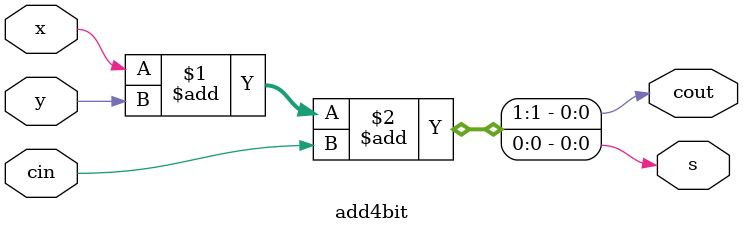
<source format=v>
`timescale 1ns / 1ps


module add4bit(x,y,cin,s,cout);
    input x,y;
    output s;
    input cin;
    output cout;
    
    assign {cout,s}=x+y+cin;
endmodule

</source>
